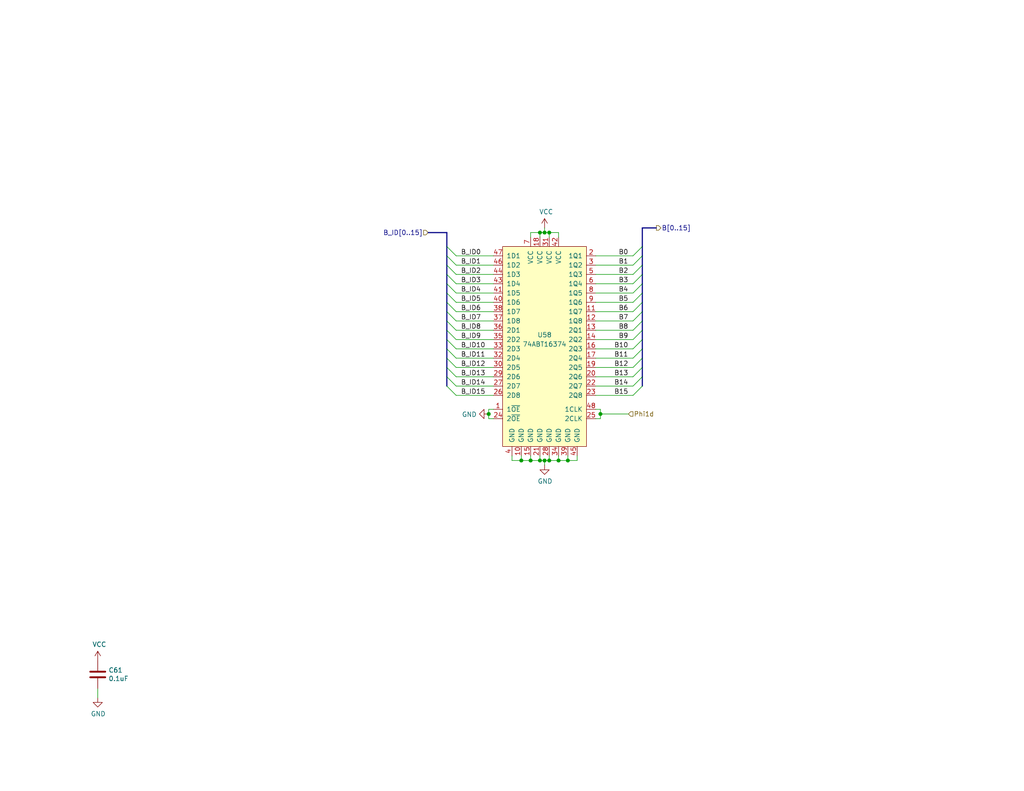
<source format=kicad_sch>
(kicad_sch (version 20250114) (generator "eeschema") (generator_version "9.0")
  (paper "USLetter")
  (title_block (date "2023-11-25") (rev "A"))
  (lib_symbols
    (symbol "Device:C" (pin_numbers (hide yes)) (pin_names (offset 0.254))
      (property "Reference" "C" (at 0.635 2.54 0))
      (property "Value" "C" (at 0.635 -2.54 0))
      (symbol "C_0_1"
        (polyline (pts (xy -2.032 0.762) (xy 2.032 0.762)) (stroke (width 0.508)))
        (polyline (pts (xy -2.032 -0.762) (xy 2.032 -0.762)) (stroke (width 0.508)))
      )
      (symbol "C_1_1"
        (pin passive line (at 0 3.81 270) (length 2.794) (name "~") (number "1"))
        (pin passive line (at 0 -3.81 90) (length 2.794) (name "~") (number "2"))
      )
    )
    (symbol "Turtle16:74ABT16374" (pin_names (offset 1.016))
      (symbol "74ABT16374_0_0"
        (pin input line (at -13.97 21.59 0) (length 2.54) (name "1D1") (number "47"))
        (pin input line (at -13.97 19.05 0) (length 2.54) (name "1D2") (number "46"))
        (pin input line (at -13.97 16.51 0) (length 2.54) (name "1D3") (number "44"))
        (pin input line (at -13.97 13.97 0) (length 2.54) (name "1D4") (number "43"))
        (pin input line (at -13.97 11.43 0) (length 2.54) (name "1D5") (number "41"))
        (pin input line (at -13.97 8.89 0) (length 2.54) (name "1D6") (number "40"))
        (pin input line (at -13.97 6.35 0) (length 2.54) (name "1D7") (number "38"))
        (pin input line (at -13.97 3.81 0) (length 2.54) (name "1D8") (number "37"))
        (pin input line (at -13.97 1.27 0) (length 2.54) (name "2D1") (number "36"))
        (pin input line (at -13.97 -1.27 0) (length 2.54) (name "2D2") (number "35"))
        (pin input line (at -13.97 -3.81 0) (length 2.54) (name "2D3") (number "33"))
        (pin input line (at -13.97 -6.35 0) (length 2.54) (name "2D4") (number "32"))
        (pin input line (at -13.97 -8.89 0) (length 2.54) (name "2D5") (number "30"))
        (pin input line (at -13.97 -11.43 0) (length 2.54) (name "2D6") (number "29"))
        (pin input line (at -13.97 -13.97 0) (length 2.54) (name "2D7") (number "27"))
        (pin input line (at -13.97 -16.51 0) (length 2.54) (name "2D8") (number "26"))
        (pin input line (at -13.97 -20.32 0) (length 2.54) (name "1~{OE}") (number "1"))
        (pin input line (at -13.97 -22.86 0) (length 2.54) (name "2~{OE}") (number "24"))
        (pin power_in line (at -8.89 -33.02 90) (length 2.54) (name "GND") (number "4"))
        (pin power_in line (at -6.35 -33.02 90) (length 2.54) (name "GND") (number "10"))
        (pin power_in line (at -3.81 26.67 270) (length 2.54) (name "VCC") (number "7"))
        (pin power_in line (at -3.81 -33.02 90) (length 2.54) (name "GND") (number "15"))
        (pin power_in line (at -1.27 26.67 270) (length 2.54) (name "VCC") (number "18"))
        (pin power_in line (at -1.27 -33.02 90) (length 2.54) (name "GND") (number "21"))
        (pin power_in line (at 1.27 26.67 270) (length 2.54) (name "VCC") (number "31"))
        (pin power_in line (at 1.27 -33.02 90) (length 2.54) (name "GND") (number "28"))
        (pin power_in line (at 3.81 26.67 270) (length 2.54) (name "VCC") (number "42"))
        (pin power_in line (at 3.81 -33.02 90) (length 2.54) (name "GND") (number "34"))
        (pin power_in line (at 6.35 -33.02 90) (length 2.54) (name "GND") (number "39"))
        (pin power_in line (at 8.89 -33.02 90) (length 2.54) (name "GND") (number "45"))
        (pin tri_state line (at 13.97 21.59 180) (length 2.54) (name "1Q1") (number "2"))
        (pin tri_state line (at 13.97 19.05 180) (length 2.54) (name "1Q2") (number "3"))
        (pin tri_state line (at 13.97 16.51 180) (length 2.54) (name "1Q3") (number "5"))
        (pin tri_state line (at 13.97 13.97 180) (length 2.54) (name "1Q4") (number "6"))
        (pin tri_state line (at 13.97 11.43 180) (length 2.54) (name "1Q5") (number "8"))
        (pin tri_state line (at 13.97 8.89 180) (length 2.54) (name "1Q6") (number "9"))
        (pin tri_state line (at 13.97 6.35 180) (length 2.54) (name "1Q7") (number "11"))
        (pin tri_state line (at 13.97 3.81 180) (length 2.54) (name "1Q8") (number "12"))
        (pin tri_state line (at 13.97 1.27 180) (length 2.54) (name "2Q1") (number "13"))
        (pin tri_state line (at 13.97 -1.27 180) (length 2.54) (name "2Q2") (number "14"))
        (pin tri_state line (at 13.97 -3.81 180) (length 2.54) (name "2Q3") (number "16"))
        (pin tri_state line (at 13.97 -6.35 180) (length 2.54) (name "2Q4") (number "17"))
        (pin tri_state line (at 13.97 -8.89 180) (length 2.54) (name "2Q5") (number "19"))
        (pin tri_state line (at 13.97 -11.43 180) (length 2.54) (name "2Q6") (number "20"))
        (pin tri_state line (at 13.97 -13.97 180) (length 2.54) (name "2Q7") (number "22"))
        (pin tri_state line (at 13.97 -16.51 180) (length 2.54) (name "2Q8") (number "23"))
        (pin input line (at 13.97 -20.32 180) (length 2.54) (name "1CLK") (number "48"))
        (pin input line (at 13.97 -22.86 180) (length 2.54) (name "2CLK") (number "25"))
      )
      (symbol "74ABT16374_0_1"
        (rectangle (start -11.43 24.13) (end 11.43 -30.48) (fill (type background)))
      )
    )
    (symbol "power:GND" (power) (pin_names (offset 0))
      (property "Value" "GND" (at 0 -3.81 0))
      (symbol "GND_0_1"
        (polyline (pts (xy 0 0) (xy 0 -1.27) (xy 1.27 -1.27) (xy 0 -2.54) (xy -1.27 -1.27) (xy 0 -1.27)))
      )
      (symbol "GND_1_1"
        (pin power_in line (at 0 0 270) (length 0) (hide yes) (name "GND") (number "1"))
      )
    )
    (symbol "power:VCC" (power) (pin_names (offset 0))
      (property "Value" "VCC" (at 0 3.81 0))
      (symbol "VCC_0_1"
        (polyline (pts (xy -0.762 1.27) (xy 0 2.54)))
        (polyline (pts (xy 0 2.54) (xy 0.762 1.27)))
        (polyline (pts (xy 0 0) (xy 0 2.54)))
      )
      (symbol "VCC_1_1"
        (pin power_in line (at 0 0 90) (length 0) (hide yes) (name "VCC") (number "1"))
      )
    )
  )
  (junction (at 152.4 125.73))
  (junction (at 133.35 113.03))
  (junction (at 163.83 113.03))
  (junction (at 149.86 125.73))
  (junction (at 148.59 63.5))
  (junction (at 149.86 63.5))
  (junction (at 144.78 125.73))
  (junction (at 147.32 125.73))
  (junction (at 147.32 63.5))
  (junction (at 142.24 125.73))
  (junction (at 154.94 125.73))
  (junction (at 148.59 125.73))
  (bus_entry (at 175.26 105.41) (size -2.54 2.54))
  (bus_entry (at 121.92 67.31) (size 2.54 2.54))
  (bus_entry (at 175.26 80.01) (size -2.54 2.54))
  (bus_entry (at 175.26 74.93) (size -2.54 2.54))
  (bus_entry (at 121.92 95.25) (size 2.54 2.54))
  (bus_entry (at 121.92 69.85) (size 2.54 2.54))
  (bus_entry (at 175.26 87.63) (size -2.54 2.54))
  (bus_entry (at 175.26 69.85) (size -2.54 2.54))
  (bus_entry (at 175.26 102.87) (size -2.54 2.54))
  (bus_entry (at 121.92 87.63) (size 2.54 2.54))
  (bus_entry (at 121.92 77.47) (size 2.54 2.54))
  (bus_entry (at 175.26 77.47) (size -2.54 2.54))
  (bus_entry (at 121.92 102.87) (size 2.54 2.54))
  (bus_entry (at 121.92 100.33) (size 2.54 2.54))
  (bus_entry (at 121.92 72.39) (size 2.54 2.54))
  (bus_entry (at 121.92 82.55) (size 2.54 2.54))
  (bus_entry (at 175.26 90.17) (size -2.54 2.54))
  (bus_entry (at 175.26 67.31) (size -2.54 2.54))
  (bus_entry (at 121.92 90.17) (size 2.54 2.54))
  (bus_entry (at 175.26 85.09) (size -2.54 2.54))
  (bus_entry (at 121.92 97.79) (size 2.54 2.54))
  (bus_entry (at 121.92 105.41) (size 2.54 2.54))
  (bus_entry (at 175.26 95.25) (size -2.54 2.54))
  (bus_entry (at 175.26 100.33) (size -2.54 2.54))
  (bus_entry (at 175.26 92.71) (size -2.54 2.54))
  (bus_entry (at 175.26 82.55) (size -2.54 2.54))
  (bus_entry (at 175.26 97.79) (size -2.54 2.54))
  (bus_entry (at 121.92 80.01) (size 2.54 2.54))
  (bus_entry (at 175.26 72.39) (size -2.54 2.54))
  (bus_entry (at 121.92 74.93) (size 2.54 2.54))
  (bus_entry (at 121.92 85.09) (size 2.54 2.54))
  (bus_entry (at 121.92 92.71) (size 2.54 2.54))
  (bus (pts (xy 121.92 72.39) (xy 121.92 74.93)))
  (bus (pts (xy 175.26 90.17) (xy 175.26 92.71)))
  (wire (pts (xy 124.46 102.87) (xy 134.62 102.87)))
  (wire (pts (xy 172.72 85.09) (xy 162.56 85.09)))
  (wire (pts (xy 162.56 111.76) (xy 163.83 111.76)))
  (wire (pts (xy 172.72 87.63) (xy 162.56 87.63)))
  (wire (pts (xy 139.7 125.73) (xy 142.24 125.73)))
  (wire (pts (xy 147.32 63.5) (xy 148.59 63.5)))
  (wire (pts (xy 26.67 190.5) (xy 26.67 187.96)))
  (wire (pts (xy 124.46 95.25) (xy 134.62 95.25)))
  (wire (pts (xy 172.72 82.55) (xy 162.56 82.55)))
  (bus (pts (xy 175.26 95.25) (xy 175.26 97.79)))
  (bus (pts (xy 121.92 102.87) (xy 121.92 105.41)))
  (wire (pts (xy 147.32 125.73) (xy 148.59 125.73)))
  (wire (pts (xy 124.46 92.71) (xy 134.62 92.71)))
  (wire (pts (xy 124.46 69.85) (xy 134.62 69.85)))
  (wire (pts (xy 124.46 97.79) (xy 134.62 97.79)))
  (bus (pts (xy 175.26 80.01) (xy 175.26 82.55)))
  (wire (pts (xy 144.78 64.77) (xy 144.78 63.5)))
  (wire (pts (xy 148.59 125.73) (xy 149.86 125.73)))
  (wire (pts (xy 124.46 72.39) (xy 134.62 72.39)))
  (bus (pts (xy 121.92 90.17) (xy 121.92 92.71)))
  (wire (pts (xy 142.24 124.46) (xy 142.24 125.73)))
  (wire (pts (xy 144.78 125.73) (xy 147.32 125.73)))
  (wire (pts (xy 147.32 124.46) (xy 147.32 125.73)))
  (bus (pts (xy 121.92 85.09) (xy 121.92 87.63)))
  (bus (pts (xy 175.26 62.23) (xy 175.26 67.31)))
  (wire (pts (xy 124.46 85.09) (xy 134.62 85.09)))
  (wire (pts (xy 133.35 113.03) (xy 133.35 114.3)))
  (bus (pts (xy 121.92 80.01) (xy 121.92 82.55)))
  (wire (pts (xy 148.59 62.23) (xy 148.59 63.5)))
  (wire (pts (xy 133.35 114.3) (xy 134.62 114.3)))
  (bus (pts (xy 175.26 97.79) (xy 175.26 100.33)))
  (wire (pts (xy 172.72 77.47) (xy 162.56 77.47)))
  (wire (pts (xy 124.46 107.95) (xy 134.62 107.95)))
  (bus (pts (xy 121.92 69.85) (xy 121.92 72.39)))
  (wire (pts (xy 124.46 90.17) (xy 134.62 90.17)))
  (wire (pts (xy 134.62 111.76) (xy 133.35 111.76)))
  (bus (pts (xy 175.26 69.85) (xy 175.26 72.39)))
  (bus (pts (xy 121.92 97.79) (xy 121.92 100.33)))
  (bus (pts (xy 175.26 87.63) (xy 175.26 90.17)))
  (wire (pts (xy 172.72 105.41) (xy 162.56 105.41)))
  (wire (pts (xy 124.46 77.47) (xy 134.62 77.47)))
  (wire (pts (xy 124.46 82.55) (xy 134.62 82.55)))
  (bus (pts (xy 121.92 92.71) (xy 121.92 95.25)))
  (bus (pts (xy 121.92 100.33) (xy 121.92 102.87)))
  (bus (pts (xy 121.92 87.63) (xy 121.92 90.17)))
  (wire (pts (xy 172.72 102.87) (xy 162.56 102.87)))
  (wire (pts (xy 149.86 124.46) (xy 149.86 125.73)))
  (wire (pts (xy 124.46 87.63) (xy 134.62 87.63)))
  (wire (pts (xy 172.72 72.39) (xy 162.56 72.39)))
  (bus (pts (xy 175.26 92.71) (xy 175.26 95.25)))
  (bus (pts (xy 121.92 77.47) (xy 121.92 80.01)))
  (wire (pts (xy 124.46 80.01) (xy 134.62 80.01)))
  (wire (pts (xy 163.83 114.3) (xy 162.56 114.3)))
  (wire (pts (xy 144.78 124.46) (xy 144.78 125.73)))
  (wire (pts (xy 124.46 74.93) (xy 134.62 74.93)))
  (bus (pts (xy 121.92 63.5) (xy 121.92 67.31)))
  (wire (pts (xy 163.83 111.76) (xy 163.83 113.03)))
  (wire (pts (xy 172.72 90.17) (xy 162.56 90.17)))
  (wire (pts (xy 172.72 97.79) (xy 162.56 97.79)))
  (wire (pts (xy 172.72 100.33) (xy 162.56 100.33)))
  (wire (pts (xy 172.72 92.71) (xy 162.56 92.71)))
  (bus (pts (xy 175.26 77.47) (xy 175.26 80.01)))
  (bus (pts (xy 121.92 95.25) (xy 121.92 97.79)))
  (bus (pts (xy 175.26 74.93) (xy 175.26 77.47)))
  (wire (pts (xy 154.94 125.73) (xy 157.48 125.73)))
  (bus (pts (xy 175.26 102.87) (xy 175.26 105.41)))
  (bus (pts (xy 121.92 74.93) (xy 121.92 77.47)))
  (bus (pts (xy 116.84 63.5) (xy 121.92 63.5)))
  (wire (pts (xy 172.72 80.01) (xy 162.56 80.01)))
  (wire (pts (xy 148.59 125.73) (xy 148.59 127)))
  (bus (pts (xy 121.92 82.55) (xy 121.92 85.09)))
  (wire (pts (xy 163.83 113.03) (xy 171.45 113.03)))
  (wire (pts (xy 149.86 63.5) (xy 152.4 63.5)))
  (wire (pts (xy 172.72 95.25) (xy 162.56 95.25)))
  (bus (pts (xy 121.92 67.31) (xy 121.92 69.85)))
  (wire (pts (xy 142.24 125.73) (xy 144.78 125.73)))
  (wire (pts (xy 152.4 63.5) (xy 152.4 64.77)))
  (wire (pts (xy 172.72 69.85) (xy 162.56 69.85)))
  (wire (pts (xy 139.7 124.46) (xy 139.7 125.73)))
  (wire (pts (xy 149.86 64.77) (xy 149.86 63.5)))
  (wire (pts (xy 133.35 111.76) (xy 133.35 113.03)))
  (bus (pts (xy 179.07 62.23) (xy 175.26 62.23)))
  (bus (pts (xy 175.26 100.33) (xy 175.26 102.87)))
  (wire (pts (xy 148.59 63.5) (xy 149.86 63.5)))
  (wire (pts (xy 124.46 105.41) (xy 134.62 105.41)))
  (bus (pts (xy 175.26 82.55) (xy 175.26 85.09)))
  (bus (pts (xy 175.26 67.31) (xy 175.26 69.85)))
  (wire (pts (xy 172.72 107.95) (xy 162.56 107.95)))
  (wire (pts (xy 152.4 124.46) (xy 152.4 125.73)))
  (wire (pts (xy 144.78 63.5) (xy 147.32 63.5)))
  (wire (pts (xy 152.4 125.73) (xy 154.94 125.73)))
  (wire (pts (xy 163.83 113.03) (xy 163.83 114.3)))
  (bus (pts (xy 175.26 72.39) (xy 175.26 74.93)))
  (wire (pts (xy 149.86 125.73) (xy 152.4 125.73)))
  (wire (pts (xy 172.72 74.93) (xy 162.56 74.93)))
  (wire (pts (xy 154.94 124.46) (xy 154.94 125.73)))
  (wire (pts (xy 124.46 100.33) (xy 134.62 100.33)))
  (wire (pts (xy 157.48 125.73) (xy 157.48 124.46)))
  (bus (pts (xy 175.26 85.09) (xy 175.26 87.63)))
  (wire (pts (xy 147.32 64.77) (xy 147.32 63.5)))
  (label "B5" (at 171.45 82.55 180))
  (label "B3" (at 171.45 77.47 180))
  (label "B4" (at 171.45 80.01 180))
  (label "B10" (at 171.45 95.25 180))
  (label "B_ID14" (at 125.73 105.41 0))
  (label "B2" (at 171.45 74.93 180))
  (label "B1" (at 171.45 72.39 180))
  (label "B6" (at 171.45 85.09 180))
  (label "B_ID9" (at 125.73 92.71 0))
  (label "B_ID0" (at 125.73 69.85 0))
  (label "B8" (at 171.45 90.17 180))
  (label "B15" (at 171.45 107.95 180))
  (label "B_ID7" (at 125.73 87.63 0))
  (label "B_ID11" (at 125.73 97.79 0))
  (label "B_ID2" (at 125.73 74.93 0))
  (label "B_ID3" (at 125.73 77.47 0))
  (label "B12" (at 171.45 100.33 180))
  (label "B_ID15" (at 125.73 107.95 0))
  (label "B_ID5" (at 125.73 82.55 0))
  (label "B14" (at 171.45 105.41 180))
  (label "B_ID1" (at 125.73 72.39 0))
  (label "B_ID13" (at 125.73 102.87 0))
  (label "B_ID4" (at 125.73 80.01 0))
  (label "B11" (at 171.45 97.79 180))
  (label "B13" (at 171.45 102.87 180))
  (label "B0" (at 171.45 69.85 180))
  (label "B_ID6" (at 125.73 85.09 0))
  (label "B7" (at 171.45 87.63 180))
  (label "B9" (at 171.45 92.71 180))
  (label "B_ID12" (at 125.73 100.33 0))
  (label "B_ID8" (at 125.73 90.17 0))
  (label "B_ID10" (at 125.73 95.25 0))
  (hierarchical_label "B_ID[0..15]" (shape input) (at 116.84 63.5 180))
  (hierarchical_label "Phi1d" (shape input) (at 171.45 113.03 0))
  (hierarchical_label "B[0..15]" (shape output) (at 179.07 62.23 0))
  (symbol (lib_id "Device:C") (at 26.67 184.15 0) (unit 1)
    (property "Reference" "C61" (at 29.591 182.9816 0) (effects (justify left)))
    (property "Value" "0.1uF" (at 29.591 185.293 0) (effects (justify left)))
    (property "Footprint" "Capacitor_SMD:C_0603_1608Metric" (effects (hide yes)))
    (property "Datasheet" "https://www.mouser.com/datasheet/2/396/taiyo_yuden_12132018_mlcc11_hq_e-1510082.pdf" (effects (hide yes)))
    (property "Manufacturer" "Taiyo Yuden" (effects (hide yes)))
    (property "Manufacturer#" "EMK107B7104KAHT" (effects (hide yes)))
    (property "Mouser#" "963-EMK107B7104KAHT" (effects (hide yes)))
    (property "Digikey#" "587-6004-1-ND" (effects (hide yes)))
  )
  (symbol (lib_id "power:VCC") (at 26.67 180.34 0) (unit 1)
    (property "Reference" "#PWR0365" (effects (hide yes)))
    (property "Value" "VCC" (at 27.1018 175.9458 0))
  )
  (symbol (lib_id "power:GND") (at 26.67 190.5 0) (unit 1)
    (property "Reference" "#PWR0366" (effects (hide yes)))
    (property "Value" "GND" (at 26.797 194.8942 0))
  )
  (symbol (lib_id "power:GND") (at 133.35 113.03 270) (unit 1)
    (property "Reference" "#PWR0367" (effects (hide yes)))
    (property "Value" "GND" (at 130.0988 113.157 90) (effects (justify right)))
  )
  (symbol (lib_id "power:VCC") (at 148.59 62.23 0) (unit 1)
    (property "Reference" "#PWR0368" (effects (hide yes)))
    (property "Value" "VCC" (at 149.0218 57.8358 0))
  )
  (symbol (lib_id "power:GND") (at 148.59 127 0) (unit 1)
    (property "Reference" "#PWR0369" (effects (hide yes)))
    (property "Value" "GND" (at 148.717 131.3942 0))
  )
  (symbol (lib_id "Turtle16:74ABT16374") (at 148.59 91.44 0) (unit 1)
    (property "Reference" "U58" (at 148.59 91.44 0))
    (property "Value" "74ABT16374" (at 148.59 93.98 0))
    (property "Footprint" "Package_SO:TSSOP-48_6.1x12.5mm_P0.5mm" (effects (hide yes)))
    (property "Datasheet" "https://www.ti.com/general/docs/suppproductinfo.tsp?distId=26&gotoUrl=https://www.ti.com/lit/gpn/sn74abt16374a" (effects (hide yes)))
    (property "Manufacturer" "Texas Instruments" (effects (hide yes)))
    (property "Manufacturer#" "SN74ABT16374ADGGR" (effects (hide yes)))
    (property "Mouser#" "595-SNABT16374ADGGR" (effects (hide yes)))
    (property "Digikey#" "296-3900-1-ND" (effects (hide yes)))
  )
)
</source>
